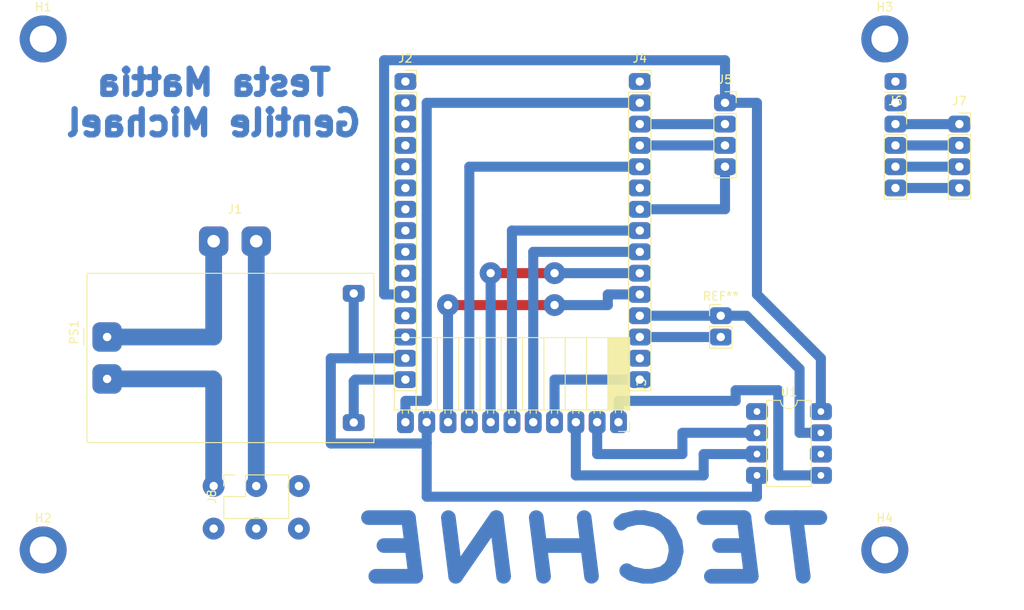
<source format=kicad_pcb>
(kicad_pcb (version 20171130) (host pcbnew "(5.1.2)-1")

  (general
    (thickness 1.6)
    (drawings 2)
    (tracks 84)
    (zones 0)
    (modules 15)
    (nets 23)
  )

  (page A4)
  (layers
    (0 F.Cu signal)
    (31 B.Cu signal)
    (32 B.Adhes user)
    (33 F.Adhes user)
    (34 B.Paste user)
    (35 F.Paste user)
    (36 B.SilkS user)
    (37 F.SilkS user)
    (38 B.Mask user)
    (39 F.Mask user)
    (40 Dwgs.User user)
    (41 Cmts.User user)
    (42 Eco1.User user)
    (43 Eco2.User user)
    (44 Edge.Cuts user)
    (45 Margin user)
    (46 B.CrtYd user)
    (47 F.CrtYd user)
    (48 B.Fab user)
    (49 F.Fab user)
  )

  (setup
    (last_trace_width 1.2)
    (user_trace_width 1.2)
    (user_trace_width 2)
    (trace_clearance 0.2)
    (zone_clearance 0.508)
    (zone_45_only no)
    (trace_min 1.2)
    (via_size 0.8)
    (via_drill 0.4)
    (via_min_size 1)
    (via_min_drill 0.3)
    (uvia_size 0.3)
    (uvia_drill 0.1)
    (uvias_allowed no)
    (uvia_min_size 0.2)
    (uvia_min_drill 0.1)
    (edge_width 0.05)
    (segment_width 0.2)
    (pcb_text_width 0.3)
    (pcb_text_size 1.5 1.5)
    (mod_edge_width 0.12)
    (mod_text_size 1 1)
    (mod_text_width 0.15)
    (pad_size 2.6 2)
    (pad_drill 1)
    (pad_to_mask_clearance 0.051)
    (solder_mask_min_width 0.25)
    (aux_axis_origin 0 0)
    (visible_elements 7FFFFFFF)
    (pcbplotparams
      (layerselection 0x00000_fffffffe)
      (usegerberextensions false)
      (usegerberattributes true)
      (usegerberadvancedattributes false)
      (creategerberjobfile true)
      (excludeedgelayer true)
      (linewidth 0.100000)
      (plotframeref false)
      (viasonmask false)
      (mode 1)
      (useauxorigin false)
      (hpglpennumber 1)
      (hpglpenspeed 20)
      (hpglpendiameter 15.000000)
      (psnegative false)
      (psa4output false)
      (plotreference true)
      (plotvalue true)
      (plotinvisibletext false)
      (padsonsilk false)
      (subtractmaskfromsilk false)
      (outputformat 1)
      (mirror false)
      (drillshape 0)
      (scaleselection 1)
      (outputdirectory ""))
  )

  (net 0 "")
  (net 1 "Net-(J1-Pad1)")
  (net 2 VI)
  (net 3 "Net-(J2-Pad14)")
  (net 4 "Net-(J2-Pad11)")
  (net 5 D1)
  (net 6 HCS)
  (net 7 D4)
  (net 8 MOSI)
  (net 9 CLK)
  (net 10 MISO)
  (net 11 "Net-(J3-Pad4)")
  (net 12 Up)
  (net 13 Enter)
  (net 14 Down)
  (net 15 RX)
  (net 16 "Net-(J4-Pad7)")
  (net 17 D3)
  (net 18 D2)
  (net 19 "Net-(J6-Pad4)")
  (net 20 "Net-(J6-Pad3)")
  (net 21 "Net-(J6-Pad2)")
  (net 22 "Net-(J6-Pad1)")

  (net_class Default "Questo è il gruppo di collegamenti predefinito"
    (clearance 0.2)
    (trace_width 0.25)
    (via_dia 0.8)
    (via_drill 0.4)
    (uvia_dia 0.3)
    (uvia_drill 0.1)
    (add_net CLK)
    (add_net D1)
    (add_net D2)
    (add_net D3)
    (add_net D4)
    (add_net Down)
    (add_net Enter)
    (add_net HCS)
    (add_net MISO)
    (add_net MOSI)
    (add_net "Net-(J1-Pad1)")
    (add_net "Net-(J2-Pad11)")
    (add_net "Net-(J2-Pad14)")
    (add_net "Net-(J3-Pad4)")
    (add_net "Net-(J4-Pad7)")
    (add_net "Net-(J6-Pad1)")
    (add_net "Net-(J6-Pad2)")
    (add_net "Net-(J6-Pad3)")
    (add_net "Net-(J6-Pad4)")
    (add_net RX)
    (add_net Up)
    (add_net VI)
  )

  (module Connector_PinSocket_2.54mm:PinSocket_1x04_P2.54mm_Vertical (layer F.Cu) (tedit 5CD9BB51) (tstamp 5CD8A3E9)
    (at 251.46 55.88)
    (descr "Through hole straight socket strip, 1x04, 2.54mm pitch, single row (from Kicad 4.0.7), script generated")
    (tags "Through hole socket strip THT 1x04 2.54mm single row")
    (path /5CD8BD3F)
    (fp_text reference J6 (at 0 -2.77) (layer F.SilkS)
      (effects (font (size 1 1) (thickness 0.15)))
    )
    (fp_text value Conn_01x04_Female (at 0 10.39) (layer F.Fab)
      (effects (font (size 1 1) (thickness 0.15)))
    )
    (fp_text user %R (at 0 3.81 90) (layer F.Fab)
      (effects (font (size 1 1) (thickness 0.15)))
    )
    (fp_line (start -1.8 9.4) (end -1.8 -1.8) (layer F.CrtYd) (width 0.05))
    (fp_line (start 1.75 9.4) (end -1.8 9.4) (layer F.CrtYd) (width 0.05))
    (fp_line (start 1.75 -1.8) (end 1.75 9.4) (layer F.CrtYd) (width 0.05))
    (fp_line (start -1.8 -1.8) (end 1.75 -1.8) (layer F.CrtYd) (width 0.05))
    (fp_line (start 0 -1.33) (end 1.33 -1.33) (layer F.SilkS) (width 0.12))
    (fp_line (start 1.33 -1.33) (end 1.33 0) (layer F.SilkS) (width 0.12))
    (fp_line (start 1.33 1.27) (end 1.33 8.95) (layer F.SilkS) (width 0.12))
    (fp_line (start -1.33 8.95) (end 1.33 8.95) (layer F.SilkS) (width 0.12))
    (fp_line (start -1.33 1.27) (end -1.33 8.95) (layer F.SilkS) (width 0.12))
    (fp_line (start -1.33 1.27) (end 1.33 1.27) (layer F.SilkS) (width 0.12))
    (fp_line (start -1.27 8.89) (end -1.27 -1.27) (layer F.Fab) (width 0.1))
    (fp_line (start 1.27 8.89) (end -1.27 8.89) (layer F.Fab) (width 0.1))
    (fp_line (start 1.27 -0.635) (end 1.27 8.89) (layer F.Fab) (width 0.1))
    (fp_line (start 0.635 -1.27) (end 1.27 -0.635) (layer F.Fab) (width 0.1))
    (fp_line (start -1.27 -1.27) (end 0.635 -1.27) (layer F.Fab) (width 0.1))
    (fp_line (start -1.33 -3.81) (end 1.33 -3.81) (layer F.SilkS) (width 0.12))
    (fp_text user %R (at 0 -1.27 90) (layer F.Fab)
      (effects (font (size 1 1) (thickness 0.15)))
    )
    (pad 4 thru_hole roundrect (at 0 7.62) (size 2.6 2) (drill 1) (layers *.Cu *.Mask) (roundrect_rratio 0.25)
      (net 19 "Net-(J6-Pad4)"))
    (pad 3 thru_hole roundrect (at 0 5.08) (size 2.6 2) (drill 1) (layers *.Cu *.Mask) (roundrect_rratio 0.25)
      (net 20 "Net-(J6-Pad3)"))
    (pad 2 thru_hole roundrect (at 0 2.54) (size 2.6 2) (drill 1) (layers *.Cu *.Mask) (roundrect_rratio 0.25)
      (net 21 "Net-(J6-Pad2)"))
    (pad 1 thru_hole roundrect (at 0 0) (size 2.6 2) (drill 1) (layers *.Cu *.Mask) (roundrect_rratio 0.25)
      (net 22 "Net-(J6-Pad1)"))
    (pad 2 thru_hole roundrect (at 0 -2.54) (size 2.6 2) (drill 1) (layers *.Cu *.Mask) (roundrect_rratio 0.25)
      (net 21 "Net-(J6-Pad2)"))
    (pad 1 thru_hole roundrect (at 0 -5.08) (size 2.6 2) (drill 1) (layers *.Cu *.Mask) (roundrect_rratio 0.25)
      (net 22 "Net-(J6-Pad1)"))
    (model ${KISYS3DMOD}/Connector_PinSocket_2.54mm.3dshapes/PinSocket_1x04_P2.54mm_Vertical.wrl
      (at (xyz 0 0 0))
      (scale (xyz 1 1 1))
      (rotate (xyz 0 0 0))
    )
  )

  (module Connector_PinHeader_2.54mm:PinHeader_1x02_P2.54mm_Vertical (layer F.Cu) (tedit 5CD9B99B) (tstamp 5CD9BE95)
    (at 230.632 78.74)
    (descr "Through hole straight pin header, 1x02, 2.54mm pitch, single row")
    (tags "Through hole pin header THT 1x02 2.54mm single row")
    (fp_text reference REF** (at 0 -2.33) (layer F.SilkS)
      (effects (font (size 1 1) (thickness 0.15)))
    )
    (fp_text value PinHeader_1x02_P2.54mm_Vertical (at 0 4.87) (layer F.Fab)
      (effects (font (size 1 1) (thickness 0.15)))
    )
    (fp_text user %R (at 0 1.27 90) (layer F.Fab)
      (effects (font (size 1 1) (thickness 0.15)))
    )
    (fp_line (start 1.8 -1.8) (end -1.8 -1.8) (layer F.CrtYd) (width 0.05))
    (fp_line (start 1.8 4.35) (end 1.8 -1.8) (layer F.CrtYd) (width 0.05))
    (fp_line (start -1.8 4.35) (end 1.8 4.35) (layer F.CrtYd) (width 0.05))
    (fp_line (start -1.8 -1.8) (end -1.8 4.35) (layer F.CrtYd) (width 0.05))
    (fp_line (start -1.33 -1.33) (end 0 -1.33) (layer F.SilkS) (width 0.12))
    (fp_line (start -1.33 0) (end -1.33 -1.33) (layer F.SilkS) (width 0.12))
    (fp_line (start -1.33 1.27) (end 1.33 1.27) (layer F.SilkS) (width 0.12))
    (fp_line (start 1.33 1.27) (end 1.33 3.87) (layer F.SilkS) (width 0.12))
    (fp_line (start -1.33 1.27) (end -1.33 3.87) (layer F.SilkS) (width 0.12))
    (fp_line (start -1.33 3.87) (end 1.33 3.87) (layer F.SilkS) (width 0.12))
    (fp_line (start -1.27 -0.635) (end -0.635 -1.27) (layer F.Fab) (width 0.1))
    (fp_line (start -1.27 3.81) (end -1.27 -0.635) (layer F.Fab) (width 0.1))
    (fp_line (start 1.27 3.81) (end -1.27 3.81) (layer F.Fab) (width 0.1))
    (fp_line (start 1.27 -1.27) (end 1.27 3.81) (layer F.Fab) (width 0.1))
    (fp_line (start -0.635 -1.27) (end 1.27 -1.27) (layer F.Fab) (width 0.1))
    (pad 2 thru_hole roundrect (at 0 2.54) (size 2.6 2) (drill 1) (layers *.Cu *.Mask) (roundrect_rratio 0.25))
    (pad 1 thru_hole roundrect (at 0 0) (size 2.6 2) (drill 1) (layers *.Cu *.Mask) (roundrect_rratio 0.25))
    (model ${KISYS3DMOD}/Connector_PinHeader_2.54mm.3dshapes/PinHeader_1x02_P2.54mm_Vertical.wrl
      (at (xyz 0 0 0))
      (scale (xyz 1 1 1))
      (rotate (xyz 0 0 0))
    )
  )

  (module Connector_PinSocket_2.54mm:PinSocket_2x03_P2.54mm_Vertical (layer F.Cu) (tedit 5CD8A54F) (tstamp 5CD93114)
    (at 172.72 99.06 90)
    (descr "Through hole straight socket strip, 2x03, 2.54mm pitch, double cols (from Kicad 4.0.7), script generated")
    (tags "Through hole socket strip THT 2x03 2.54mm double row")
    (path /5CD92320)
    (fp_text reference J8 (at -1.27 -2.77 90) (layer F.SilkS)
      (effects (font (size 1 1) (thickness 0.15)))
    )
    (fp_text value Conn_02x03_Counter_Clockwise (at -1.27 7.85 90) (layer F.Fab)
      (effects (font (size 1 1) (thickness 0.15)))
    )
    (fp_text user %R (at -1.27 2.54 180) (layer F.Fab)
      (effects (font (size 1 1) (thickness 0.15)))
    )
    (fp_line (start -4.34 6.85) (end -4.34 -1.8) (layer F.CrtYd) (width 0.05))
    (fp_line (start 1.76 6.85) (end -4.34 6.85) (layer F.CrtYd) (width 0.05))
    (fp_line (start 1.76 -1.8) (end 1.76 6.85) (layer F.CrtYd) (width 0.05))
    (fp_line (start -4.34 -1.8) (end 1.76 -1.8) (layer F.CrtYd) (width 0.05))
    (fp_line (start 0 -1.33) (end 1.33 -1.33) (layer F.SilkS) (width 0.12))
    (fp_line (start 1.33 -1.33) (end 1.33 0) (layer F.SilkS) (width 0.12))
    (fp_line (start -1.27 -1.33) (end -1.27 1.27) (layer F.SilkS) (width 0.12))
    (fp_line (start -1.27 1.27) (end 1.33 1.27) (layer F.SilkS) (width 0.12))
    (fp_line (start 1.33 1.27) (end 1.33 6.41) (layer F.SilkS) (width 0.12))
    (fp_line (start -3.87 6.41) (end 1.33 6.41) (layer F.SilkS) (width 0.12))
    (fp_line (start -3.87 -1.33) (end -3.87 6.41) (layer F.SilkS) (width 0.12))
    (fp_line (start -3.87 -1.33) (end -1.27 -1.33) (layer F.SilkS) (width 0.12))
    (fp_line (start -3.81 6.35) (end -3.81 -1.27) (layer F.Fab) (width 0.1))
    (fp_line (start 1.27 6.35) (end -3.81 6.35) (layer F.Fab) (width 0.1))
    (fp_line (start 1.27 -0.27) (end 1.27 6.35) (layer F.Fab) (width 0.1))
    (fp_line (start 0.27 -1.27) (end 1.27 -0.27) (layer F.Fab) (width 0.1))
    (fp_line (start -3.81 -1.27) (end 0.27 -1.27) (layer F.Fab) (width 0.1))
    (pad 6 thru_hole oval (at -5.08 7.62 90) (size 2.6 2.6) (drill 1) (layers *.Cu *.Mask))
    (pad 5 thru_hole oval (at 0 7.62 90) (size 2.6 2.6) (drill 1) (layers *.Cu *.Mask))
    (pad 4 thru_hole oval (at -5.08 2.54 270) (size 2.6 2.6) (drill 1) (layers *.Cu *.Mask))
    (pad 3 thru_hole oval (at 0 2.54 90) (size 2.6 2.6) (drill 1) (layers *.Cu *.Mask))
    (pad 2 thru_hole oval (at -5.08 -2.54 90) (size 2.6 2.6) (drill 1) (layers *.Cu *.Mask))
    (pad 1 thru_hole circle (at 0 -2.54 90) (size 2.6 2.6) (drill 1) (layers *.Cu *.Mask))
    (model ${KISYS3DMOD}/Connector_PinSocket_2.54mm.3dshapes/PinSocket_2x03_P2.54mm_Vertical.wrl
      (at (xyz 0 0 0))
      (scale (xyz 1 1 1))
      (rotate (xyz 0 0 0))
    )
  )

  (module MountingHole:MountingHole_3.2mm_M3_DIN965_Pad (layer F.Cu) (tedit 56D1B4CB) (tstamp 5CD4C42F)
    (at 250.19 106.68)
    (descr "Mounting Hole 3.2mm, M3, DIN965")
    (tags "mounting hole 3.2mm m3 din965")
    (path /5CDB367F)
    (attr virtual)
    (fp_text reference H4 (at 0 -3.8) (layer F.SilkS)
      (effects (font (size 1 1) (thickness 0.15)))
    )
    (fp_text value MountingHole (at 0 3.8) (layer F.Fab)
      (effects (font (size 1 1) (thickness 0.15)))
    )
    (fp_circle (center 0 0) (end 3.05 0) (layer F.CrtYd) (width 0.05))
    (fp_circle (center 0 0) (end 2.8 0) (layer Cmts.User) (width 0.15))
    (fp_text user %R (at 0.3 0) (layer F.Fab)
      (effects (font (size 1 1) (thickness 0.15)))
    )
    (pad 1 thru_hole circle (at 0 0) (size 5.6 5.6) (drill 3.2) (layers *.Cu *.Mask))
  )

  (module MountingHole:MountingHole_3.2mm_M3_DIN965_Pad (layer F.Cu) (tedit 56D1B4CB) (tstamp 5CD4C427)
    (at 250.19 45.72)
    (descr "Mounting Hole 3.2mm, M3, DIN965")
    (tags "mounting hole 3.2mm m3 din965")
    (path /5CDB2830)
    (attr virtual)
    (fp_text reference H3 (at 0 -3.8) (layer F.SilkS)
      (effects (font (size 1 1) (thickness 0.15)))
    )
    (fp_text value MountingHole (at 0 3.8) (layer F.Fab)
      (effects (font (size 1 1) (thickness 0.15)))
    )
    (fp_circle (center 0 0) (end 3.05 0) (layer F.CrtYd) (width 0.05))
    (fp_circle (center 0 0) (end 2.8 0) (layer Cmts.User) (width 0.15))
    (fp_text user %R (at 0.3 0) (layer F.Fab)
      (effects (font (size 1 1) (thickness 0.15)))
    )
    (pad 1 thru_hole circle (at 0 0) (size 5.6 5.6) (drill 3.2) (layers *.Cu *.Mask))
  )

  (module MountingHole:MountingHole_3.2mm_M3_DIN965_Pad (layer F.Cu) (tedit 56D1B4CB) (tstamp 5CD4C41F)
    (at 149.86 106.68)
    (descr "Mounting Hole 3.2mm, M3, DIN965")
    (tags "mounting hole 3.2mm m3 din965")
    (path /5CDB1941)
    (attr virtual)
    (fp_text reference H2 (at 0 -3.8) (layer F.SilkS)
      (effects (font (size 1 1) (thickness 0.15)))
    )
    (fp_text value MountingHole (at 0 3.8) (layer F.Fab)
      (effects (font (size 1 1) (thickness 0.15)))
    )
    (fp_circle (center 0 0) (end 3.05 0) (layer F.CrtYd) (width 0.05))
    (fp_circle (center 0 0) (end 2.8 0) (layer Cmts.User) (width 0.15))
    (fp_text user %R (at 0.3 0) (layer F.Fab)
      (effects (font (size 1 1) (thickness 0.15)))
    )
    (pad 1 thru_hole circle (at 0 0) (size 5.6 5.6) (drill 3.2) (layers *.Cu *.Mask))
  )

  (module MountingHole:MountingHole_3.2mm_M3_DIN965_Pad (layer F.Cu) (tedit 56D1B4CB) (tstamp 5CD4C417)
    (at 149.86 45.72)
    (descr "Mounting Hole 3.2mm, M3, DIN965")
    (tags "mounting hole 3.2mm m3 din965")
    (path /5CDAFBAC)
    (attr virtual)
    (fp_text reference H1 (at 0 -3.8) (layer F.SilkS)
      (effects (font (size 1 1) (thickness 0.15)))
    )
    (fp_text value MountingHole (at 0 3.8) (layer F.Fab)
      (effects (font (size 1 1) (thickness 0.15)))
    )
    (fp_circle (center 0 0) (end 3.05 0) (layer F.CrtYd) (width 0.05))
    (fp_circle (center 0 0) (end 2.8 0) (layer Cmts.User) (width 0.15))
    (fp_text user %R (at 0.3 0) (layer F.Fab)
      (effects (font (size 1 1) (thickness 0.15)))
    )
    (pad 1 thru_hole circle (at 0 0) (size 5.6 5.6) (drill 3.2) (layers *.Cu *.Mask))
  )

  (module Connector_PinSocket_2.54mm:PinSocket_1x04_P2.54mm_Vertical (layer F.Cu) (tedit 5CD8A002) (tstamp 5CD8A401)
    (at 259.08 55.88)
    (descr "Through hole straight socket strip, 1x04, 2.54mm pitch, single row (from Kicad 4.0.7), script generated")
    (tags "Through hole socket strip THT 1x04 2.54mm single row")
    (path /5CD8DB7C)
    (fp_text reference J7 (at 0 -2.77) (layer F.SilkS)
      (effects (font (size 1 1) (thickness 0.15)))
    )
    (fp_text value Conn_01x04_Female (at 0 10.39) (layer F.Fab)
      (effects (font (size 1 1) (thickness 0.15)))
    )
    (fp_text user %R (at 0 3.81 90) (layer F.Fab)
      (effects (font (size 1 1) (thickness 0.15)))
    )
    (fp_line (start -1.8 9.4) (end -1.8 -1.8) (layer F.CrtYd) (width 0.05))
    (fp_line (start 1.75 9.4) (end -1.8 9.4) (layer F.CrtYd) (width 0.05))
    (fp_line (start 1.75 -1.8) (end 1.75 9.4) (layer F.CrtYd) (width 0.05))
    (fp_line (start -1.8 -1.8) (end 1.75 -1.8) (layer F.CrtYd) (width 0.05))
    (fp_line (start 0 -1.33) (end 1.33 -1.33) (layer F.SilkS) (width 0.12))
    (fp_line (start 1.33 -1.33) (end 1.33 0) (layer F.SilkS) (width 0.12))
    (fp_line (start 1.33 1.27) (end 1.33 8.95) (layer F.SilkS) (width 0.12))
    (fp_line (start -1.33 8.95) (end 1.33 8.95) (layer F.SilkS) (width 0.12))
    (fp_line (start -1.33 1.27) (end -1.33 8.95) (layer F.SilkS) (width 0.12))
    (fp_line (start -1.33 1.27) (end 1.33 1.27) (layer F.SilkS) (width 0.12))
    (fp_line (start -1.27 8.89) (end -1.27 -1.27) (layer F.Fab) (width 0.1))
    (fp_line (start 1.27 8.89) (end -1.27 8.89) (layer F.Fab) (width 0.1))
    (fp_line (start 1.27 -0.635) (end 1.27 8.89) (layer F.Fab) (width 0.1))
    (fp_line (start 0.635 -1.27) (end 1.27 -0.635) (layer F.Fab) (width 0.1))
    (fp_line (start -1.27 -1.27) (end 0.635 -1.27) (layer F.Fab) (width 0.1))
    (pad 4 thru_hole roundrect (at 0 7.62) (size 2.6 2) (drill 1) (layers *.Cu *.Mask) (roundrect_rratio 0.25)
      (net 19 "Net-(J6-Pad4)"))
    (pad 3 thru_hole roundrect (at 0 5.08) (size 2.6 2) (drill 1) (layers *.Cu *.Mask) (roundrect_rratio 0.25)
      (net 20 "Net-(J6-Pad3)"))
    (pad 2 thru_hole roundrect (at 0 2.54) (size 2.6 2) (drill 1) (layers *.Cu *.Mask) (roundrect_rratio 0.25)
      (net 21 "Net-(J6-Pad2)"))
    (pad 1 thru_hole roundrect (at 0 0) (size 2.6 2) (drill 1) (layers *.Cu *.Mask) (roundrect_rratio 0.25)
      (net 22 "Net-(J6-Pad1)"))
    (model ${KISYS3DMOD}/Connector_PinSocket_2.54mm.3dshapes/PinSocket_1x04_P2.54mm_Vertical.wrl
      (at (xyz 0 0 0))
      (scale (xyz 1 1 1))
      (rotate (xyz 0 0 0))
    )
  )

  (module Connector_PinSocket_2.54mm:PinSocket_1x15_P2.54mm_Vertical (layer F.Cu) (tedit 5CD355FF) (tstamp 5CD486D7)
    (at 193.04 50.8)
    (descr "Through hole straight socket strip, 1x15, 2.54mm pitch, single row (from Kicad 4.0.7), script generated")
    (tags "Through hole socket strip THT 1x15 2.54mm single row")
    (path /5CD3358F)
    (fp_text reference J2 (at 0 -2.77) (layer F.SilkS)
      (effects (font (size 1 1) (thickness 0.15)))
    )
    (fp_text value Conn_01x15_Female (at 0 38.33) (layer F.Fab)
      (effects (font (size 1 1) (thickness 0.15)))
    )
    (fp_text user %R (at 0 17.78 90) (layer F.Fab)
      (effects (font (size 1 1) (thickness 0.15)))
    )
    (fp_line (start -1.8 37.3) (end -1.8 -1.8) (layer F.CrtYd) (width 0.05))
    (fp_line (start 1.75 37.3) (end -1.8 37.3) (layer F.CrtYd) (width 0.05))
    (fp_line (start 1.75 -1.8) (end 1.75 37.3) (layer F.CrtYd) (width 0.05))
    (fp_line (start -1.8 -1.8) (end 1.75 -1.8) (layer F.CrtYd) (width 0.05))
    (fp_line (start 0 -1.33) (end 1.33 -1.33) (layer F.SilkS) (width 0.12))
    (fp_line (start 1.33 -1.33) (end 1.33 0) (layer F.SilkS) (width 0.12))
    (fp_line (start 1.33 1.27) (end 1.33 36.89) (layer F.SilkS) (width 0.12))
    (fp_line (start -1.33 36.89) (end 1.33 36.89) (layer F.SilkS) (width 0.12))
    (fp_line (start -1.33 1.27) (end -1.33 36.89) (layer F.SilkS) (width 0.12))
    (fp_line (start -1.33 1.27) (end 1.33 1.27) (layer F.SilkS) (width 0.12))
    (fp_line (start -1.27 36.83) (end -1.27 -1.27) (layer F.Fab) (width 0.1))
    (fp_line (start 1.27 36.83) (end -1.27 36.83) (layer F.Fab) (width 0.1))
    (fp_line (start 1.27 -0.635) (end 1.27 36.83) (layer F.Fab) (width 0.1))
    (fp_line (start 0.635 -1.27) (end 1.27 -0.635) (layer F.Fab) (width 0.1))
    (fp_line (start -1.27 -1.27) (end 0.635 -1.27) (layer F.Fab) (width 0.1))
    (pad 15 thru_hole roundrect (at 0 35.56) (size 2.6 2) (drill 1) (layers *.Cu *.Mask) (roundrect_rratio 0.25)
      (net 2 VI))
    (pad 14 thru_hole roundrect (at 0 33.02) (size 2.6 2) (drill 1) (layers *.Cu *.Mask) (roundrect_rratio 0.25)
      (net 3 "Net-(J2-Pad14)"))
    (pad 13 thru_hole roundrect (at 0 30.48) (size 2.6 2) (drill 1) (layers *.Cu *.Mask) (roundrect_rratio 0.25))
    (pad 12 thru_hole roundrect (at 0 27.94) (size 2.6 2) (drill 1) (layers *.Cu *.Mask) (roundrect_rratio 0.25))
    (pad 11 thru_hole roundrect (at 0 25.4) (size 2.6 2) (drill 1) (layers *.Cu *.Mask) (roundrect_rratio 0.25)
      (net 4 "Net-(J2-Pad11)"))
    (pad 10 thru_hole roundrect (at 0 22.86) (size 2.6 2) (drill 1) (layers *.Cu *.Mask) (roundrect_rratio 0.25))
    (pad 9 thru_hole roundrect (at 0 20.32) (size 2.6 2) (drill 1) (layers *.Cu *.Mask) (roundrect_rratio 0.25))
    (pad 8 thru_hole roundrect (at 0 17.78) (size 2.6 2) (drill 1) (layers *.Cu *.Mask) (roundrect_rratio 0.25))
    (pad 7 thru_hole roundrect (at 0 15.24) (size 2.6 2) (drill 1) (layers *.Cu *.Mask) (roundrect_rratio 0.25))
    (pad 6 thru_hole roundrect (at 0 12.7) (size 2.6 2) (drill 1) (layers *.Cu *.Mask) (roundrect_rratio 0.25))
    (pad 5 thru_hole roundrect (at 0 10.16) (size 2.6 2) (drill 1) (layers *.Cu *.Mask) (roundrect_rratio 0.25))
    (pad 4 thru_hole roundrect (at 0 7.62) (size 2.6 2) (drill 1) (layers *.Cu *.Mask) (roundrect_rratio 0.25))
    (pad 3 thru_hole roundrect (at 0 5.08) (size 2.6 2) (drill 1) (layers *.Cu *.Mask) (roundrect_rratio 0.25))
    (pad 2 thru_hole roundrect (at 0 2.54) (size 2.6 2) (drill 1) (layers *.Cu *.Mask) (roundrect_rratio 0.25))
    (pad 1 thru_hole roundrect (at 0 0) (size 2.6 2) (drill 1) (layers *.Cu *.Mask) (roundrect_rratio 0.25))
    (model ${KISYS3DMOD}/Connector_PinSocket_2.54mm.3dshapes/PinSocket_1x15_P2.54mm_Vertical.wrl
      (at (xyz 0 0 0))
      (scale (xyz 1 1 1))
      (rotate (xyz 0 0 0))
    )
  )

  (module Connector_PinSocket_2.54mm:PinSocket_1x15_P2.54mm_Vertical (layer F.Cu) (tedit 5CD35516) (tstamp 5CD4876F)
    (at 220.98 50.8)
    (descr "Through hole straight socket strip, 1x15, 2.54mm pitch, single row (from Kicad 4.0.7), script generated")
    (tags "Through hole socket strip THT 1x15 2.54mm single row")
    (path /5CD34891)
    (fp_text reference J4 (at 0 -2.77) (layer F.SilkS)
      (effects (font (size 1 1) (thickness 0.15)))
    )
    (fp_text value Conn_01x15_Female (at 0 38.33) (layer F.Fab)
      (effects (font (size 1 1) (thickness 0.15)))
    )
    (fp_text user %R (at 0 17.78 90) (layer F.Fab)
      (effects (font (size 1 1) (thickness 0.15)))
    )
    (fp_line (start -1.8 37.3) (end -1.8 -1.8) (layer F.CrtYd) (width 0.05))
    (fp_line (start 1.75 37.3) (end -1.8 37.3) (layer F.CrtYd) (width 0.05))
    (fp_line (start 1.75 -1.8) (end 1.75 37.3) (layer F.CrtYd) (width 0.05))
    (fp_line (start -1.8 -1.8) (end 1.75 -1.8) (layer F.CrtYd) (width 0.05))
    (fp_line (start 0 -1.33) (end 1.33 -1.33) (layer F.SilkS) (width 0.12))
    (fp_line (start 1.33 -1.33) (end 1.33 0) (layer F.SilkS) (width 0.12))
    (fp_line (start 1.33 1.27) (end 1.33 36.89) (layer F.SilkS) (width 0.12))
    (fp_line (start -1.33 36.89) (end 1.33 36.89) (layer F.SilkS) (width 0.12))
    (fp_line (start -1.33 1.27) (end -1.33 36.89) (layer F.SilkS) (width 0.12))
    (fp_line (start -1.33 1.27) (end 1.33 1.27) (layer F.SilkS) (width 0.12))
    (fp_line (start -1.27 36.83) (end -1.27 -1.27) (layer F.Fab) (width 0.1))
    (fp_line (start 1.27 36.83) (end -1.27 36.83) (layer F.Fab) (width 0.1))
    (fp_line (start 1.27 -0.635) (end 1.27 36.83) (layer F.Fab) (width 0.1))
    (fp_line (start 0.635 -1.27) (end 1.27 -0.635) (layer F.Fab) (width 0.1))
    (fp_line (start -1.27 -1.27) (end 0.635 -1.27) (layer F.Fab) (width 0.1))
    (pad 15 thru_hole roundrect (at 0 35.56) (size 2.6 2) (drill 1) (layers *.Cu *.Mask) (roundrect_rratio 0.25)
      (net 11 "Net-(J3-Pad4)"))
    (pad 14 thru_hole roundrect (at 0 33.02) (size 2.6 2) (drill 1) (layers *.Cu *.Mask) (roundrect_rratio 0.25))
    (pad 13 thru_hole roundrect (at 0 30.48) (size 2.6 2) (drill 1) (layers *.Cu *.Mask) (roundrect_rratio 0.25))
    (pad 12 thru_hole roundrect (at 0 27.94) (size 2.6 2) (drill 1) (layers *.Cu *.Mask) (roundrect_rratio 0.25)
      (net 15 RX))
    (pad 11 thru_hole roundrect (at 0 25.4) (size 2.6 2) (drill 1) (layers *.Cu *.Mask) (roundrect_rratio 0.25)
      (net 6 HCS))
    (pad 10 thru_hole roundrect (at 0 22.86) (size 2.6 2) (drill 1) (layers *.Cu *.Mask) (roundrect_rratio 0.25)
      (net 8 MOSI))
    (pad 9 thru_hole roundrect (at 0 20.32) (size 2.6 2) (drill 1) (layers *.Cu *.Mask) (roundrect_rratio 0.25)
      (net 10 MISO))
    (pad 8 thru_hole roundrect (at 0 17.78) (size 2.6 2) (drill 1) (layers *.Cu *.Mask) (roundrect_rratio 0.25)
      (net 9 CLK))
    (pad 7 thru_hole roundrect (at 0 15.24) (size 2.6 2) (drill 1) (layers *.Cu *.Mask) (roundrect_rratio 0.25)
      (net 16 "Net-(J4-Pad7)"))
    (pad 6 thru_hole roundrect (at 0 12.7) (size 2.6 2) (drill 1) (layers *.Cu *.Mask) (roundrect_rratio 0.25))
    (pad 5 thru_hole roundrect (at 0 10.16) (size 2.6 2) (drill 1) (layers *.Cu *.Mask) (roundrect_rratio 0.25)
      (net 7 D4))
    (pad 4 thru_hole roundrect (at 0 7.62) (size 2.6 2) (drill 1) (layers *.Cu *.Mask) (roundrect_rratio 0.25)
      (net 17 D3))
    (pad 3 thru_hole roundrect (at 0 5.08) (size 2.6 2) (drill 1) (layers *.Cu *.Mask) (roundrect_rratio 0.25)
      (net 18 D2))
    (pad 2 thru_hole roundrect (at 0 2.54) (size 2.6 2) (drill 1) (layers *.Cu *.Mask) (roundrect_rratio 0.25)
      (net 5 D1))
    (pad 1 thru_hole roundrect (at 0 0) (size 2.6 2) (drill 1) (layers *.Cu *.Mask) (roundrect_rratio 0.25))
    (model ${KISYS3DMOD}/Connector_PinSocket_2.54mm.3dshapes/PinSocket_1x15_P2.54mm_Vertical.wrl
      (at (xyz 0 0 0))
      (scale (xyz 1 1 1))
      (rotate (xyz 0 0 0))
    )
  )

  (module Connector_PinSocket_2.54mm:PinSocket_1x11_P2.54mm_Horizontal (layer F.Cu) (tedit 5CD353FF) (tstamp 5CD4874C)
    (at 218.44 91.44 270)
    (descr "Through hole angled socket strip, 1x11, 2.54mm pitch, 8.51mm socket length, single row (from Kicad 4.0.7), script generated")
    (tags "Through hole angled socket strip THT 1x11 2.54mm single row")
    (path /5CD3B41C)
    (fp_text reference J3 (at -4.38 -2.77 270) (layer F.SilkS)
      (effects (font (size 1 1) (thickness 0.15)))
    )
    (fp_text value Conn_01x11_Female (at -4.38 28.17 270) (layer F.Fab)
      (effects (font (size 1 1) (thickness 0.15)))
    )
    (fp_text user %R (at -5.775 12.7) (layer F.Fab)
      (effects (font (size 1 1) (thickness 0.15)))
    )
    (fp_line (start 1.75 27.15) (end 1.75 -1.8) (layer F.CrtYd) (width 0.05))
    (fp_line (start -10.55 27.15) (end 1.75 27.15) (layer F.CrtYd) (width 0.05))
    (fp_line (start -10.55 -1.8) (end -10.55 27.15) (layer F.CrtYd) (width 0.05))
    (fp_line (start 1.75 -1.8) (end -10.55 -1.8) (layer F.CrtYd) (width 0.05))
    (fp_line (start 0 -1.33) (end 1.11 -1.33) (layer F.SilkS) (width 0.12))
    (fp_line (start 1.11 -1.33) (end 1.11 0) (layer F.SilkS) (width 0.12))
    (fp_line (start -10.09 -1.33) (end -10.09 26.73) (layer F.SilkS) (width 0.12))
    (fp_line (start -10.09 26.73) (end -1.46 26.73) (layer F.SilkS) (width 0.12))
    (fp_line (start -1.46 -1.33) (end -1.46 26.73) (layer F.SilkS) (width 0.12))
    (fp_line (start -10.09 -1.33) (end -1.46 -1.33) (layer F.SilkS) (width 0.12))
    (fp_line (start -10.09 24.13) (end -1.46 24.13) (layer F.SilkS) (width 0.12))
    (fp_line (start -10.09 21.59) (end -1.46 21.59) (layer F.SilkS) (width 0.12))
    (fp_line (start -10.09 19.05) (end -1.46 19.05) (layer F.SilkS) (width 0.12))
    (fp_line (start -10.09 16.51) (end -1.46 16.51) (layer F.SilkS) (width 0.12))
    (fp_line (start -10.09 13.97) (end -1.46 13.97) (layer F.SilkS) (width 0.12))
    (fp_line (start -10.09 11.43) (end -1.46 11.43) (layer F.SilkS) (width 0.12))
    (fp_line (start -10.09 8.89) (end -1.46 8.89) (layer F.SilkS) (width 0.12))
    (fp_line (start -10.09 6.35) (end -1.46 6.35) (layer F.SilkS) (width 0.12))
    (fp_line (start -10.09 3.81) (end -1.46 3.81) (layer F.SilkS) (width 0.12))
    (fp_line (start -10.09 1.27) (end -1.46 1.27) (layer F.SilkS) (width 0.12))
    (fp_line (start -1.46 25.76) (end -1.05 25.76) (layer F.SilkS) (width 0.12))
    (fp_line (start -1.46 25.04) (end -1.05 25.04) (layer F.SilkS) (width 0.12))
    (fp_line (start -1.46 23.22) (end -1.05 23.22) (layer F.SilkS) (width 0.12))
    (fp_line (start -1.46 22.5) (end -1.05 22.5) (layer F.SilkS) (width 0.12))
    (fp_line (start -1.46 20.68) (end -1.05 20.68) (layer F.SilkS) (width 0.12))
    (fp_line (start -1.46 19.96) (end -1.05 19.96) (layer F.SilkS) (width 0.12))
    (fp_line (start -1.46 18.14) (end -1.05 18.14) (layer F.SilkS) (width 0.12))
    (fp_line (start -1.46 17.42) (end -1.05 17.42) (layer F.SilkS) (width 0.12))
    (fp_line (start -1.46 15.6) (end -1.05 15.6) (layer F.SilkS) (width 0.12))
    (fp_line (start -1.46 14.88) (end -1.05 14.88) (layer F.SilkS) (width 0.12))
    (fp_line (start -1.46 13.06) (end -1.05 13.06) (layer F.SilkS) (width 0.12))
    (fp_line (start -1.46 12.34) (end -1.05 12.34) (layer F.SilkS) (width 0.12))
    (fp_line (start -1.46 10.52) (end -1.05 10.52) (layer F.SilkS) (width 0.12))
    (fp_line (start -1.46 9.8) (end -1.05 9.8) (layer F.SilkS) (width 0.12))
    (fp_line (start -1.46 7.98) (end -1.05 7.98) (layer F.SilkS) (width 0.12))
    (fp_line (start -1.46 7.26) (end -1.05 7.26) (layer F.SilkS) (width 0.12))
    (fp_line (start -1.46 5.44) (end -1.05 5.44) (layer F.SilkS) (width 0.12))
    (fp_line (start -1.46 4.72) (end -1.05 4.72) (layer F.SilkS) (width 0.12))
    (fp_line (start -1.46 2.9) (end -1.05 2.9) (layer F.SilkS) (width 0.12))
    (fp_line (start -1.46 2.18) (end -1.05 2.18) (layer F.SilkS) (width 0.12))
    (fp_line (start -1.46 0.36) (end -1.11 0.36) (layer F.SilkS) (width 0.12))
    (fp_line (start -1.46 -0.36) (end -1.11 -0.36) (layer F.SilkS) (width 0.12))
    (fp_line (start -10.09 1.1519) (end -1.46 1.1519) (layer F.SilkS) (width 0.12))
    (fp_line (start -10.09 1.033805) (end -1.46 1.033805) (layer F.SilkS) (width 0.12))
    (fp_line (start -10.09 0.91571) (end -1.46 0.91571) (layer F.SilkS) (width 0.12))
    (fp_line (start -10.09 0.797615) (end -1.46 0.797615) (layer F.SilkS) (width 0.12))
    (fp_line (start -10.09 0.67952) (end -1.46 0.67952) (layer F.SilkS) (width 0.12))
    (fp_line (start -10.09 0.561425) (end -1.46 0.561425) (layer F.SilkS) (width 0.12))
    (fp_line (start -10.09 0.44333) (end -1.46 0.44333) (layer F.SilkS) (width 0.12))
    (fp_line (start -10.09 0.325235) (end -1.46 0.325235) (layer F.SilkS) (width 0.12))
    (fp_line (start -10.09 0.20714) (end -1.46 0.20714) (layer F.SilkS) (width 0.12))
    (fp_line (start -10.09 0.089045) (end -1.46 0.089045) (layer F.SilkS) (width 0.12))
    (fp_line (start -10.09 -0.02905) (end -1.46 -0.02905) (layer F.SilkS) (width 0.12))
    (fp_line (start -10.09 -0.147145) (end -1.46 -0.147145) (layer F.SilkS) (width 0.12))
    (fp_line (start -10.09 -0.26524) (end -1.46 -0.26524) (layer F.SilkS) (width 0.12))
    (fp_line (start -10.09 -0.383335) (end -1.46 -0.383335) (layer F.SilkS) (width 0.12))
    (fp_line (start -10.09 -0.50143) (end -1.46 -0.50143) (layer F.SilkS) (width 0.12))
    (fp_line (start -10.09 -0.619525) (end -1.46 -0.619525) (layer F.SilkS) (width 0.12))
    (fp_line (start -10.09 -0.73762) (end -1.46 -0.73762) (layer F.SilkS) (width 0.12))
    (fp_line (start -10.09 -0.855715) (end -1.46 -0.855715) (layer F.SilkS) (width 0.12))
    (fp_line (start -10.09 -0.97381) (end -1.46 -0.97381) (layer F.SilkS) (width 0.12))
    (fp_line (start -10.09 -1.091905) (end -1.46 -1.091905) (layer F.SilkS) (width 0.12))
    (fp_line (start -10.09 -1.21) (end -1.46 -1.21) (layer F.SilkS) (width 0.12))
    (fp_line (start 0 25.7) (end 0 25.1) (layer F.Fab) (width 0.1))
    (fp_line (start -1.52 25.7) (end 0 25.7) (layer F.Fab) (width 0.1))
    (fp_line (start 0 25.1) (end -1.52 25.1) (layer F.Fab) (width 0.1))
    (fp_line (start 0 23.16) (end 0 22.56) (layer F.Fab) (width 0.1))
    (fp_line (start -1.52 23.16) (end 0 23.16) (layer F.Fab) (width 0.1))
    (fp_line (start 0 22.56) (end -1.52 22.56) (layer F.Fab) (width 0.1))
    (fp_line (start 0 20.62) (end 0 20.02) (layer F.Fab) (width 0.1))
    (fp_line (start -1.52 20.62) (end 0 20.62) (layer F.Fab) (width 0.1))
    (fp_line (start 0 20.02) (end -1.52 20.02) (layer F.Fab) (width 0.1))
    (fp_line (start 0 18.08) (end 0 17.48) (layer F.Fab) (width 0.1))
    (fp_line (start -1.52 18.08) (end 0 18.08) (layer F.Fab) (width 0.1))
    (fp_line (start 0 17.48) (end -1.52 17.48) (layer F.Fab) (width 0.1))
    (fp_line (start 0 15.54) (end 0 14.94) (layer F.Fab) (width 0.1))
    (fp_line (start -1.52 15.54) (end 0 15.54) (layer F.Fab) (width 0.1))
    (fp_line (start 0 14.94) (end -1.52 14.94) (layer F.Fab) (width 0.1))
    (fp_line (start 0 13) (end 0 12.4) (layer F.Fab) (width 0.1))
    (fp_line (start -1.52 13) (end 0 13) (layer F.Fab) (width 0.1))
    (fp_line (start 0 12.4) (end -1.52 12.4) (layer F.Fab) (width 0.1))
    (fp_line (start 0 10.46) (end 0 9.86) (layer F.Fab) (width 0.1))
    (fp_line (start -1.52 10.46) (end 0 10.46) (layer F.Fab) (width 0.1))
    (fp_line (start 0 9.86) (end -1.52 9.86) (layer F.Fab) (width 0.1))
    (fp_line (start 0 7.92) (end 0 7.32) (layer F.Fab) (width 0.1))
    (fp_line (start -1.52 7.92) (end 0 7.92) (layer F.Fab) (width 0.1))
    (fp_line (start 0 7.32) (end -1.52 7.32) (layer F.Fab) (width 0.1))
    (fp_line (start 0 5.38) (end 0 4.78) (layer F.Fab) (width 0.1))
    (fp_line (start -1.52 5.38) (end 0 5.38) (layer F.Fab) (width 0.1))
    (fp_line (start 0 4.78) (end -1.52 4.78) (layer F.Fab) (width 0.1))
    (fp_line (start 0 2.84) (end 0 2.24) (layer F.Fab) (width 0.1))
    (fp_line (start -1.52 2.84) (end 0 2.84) (layer F.Fab) (width 0.1))
    (fp_line (start 0 2.24) (end -1.52 2.24) (layer F.Fab) (width 0.1))
    (fp_line (start 0 0.3) (end 0 -0.3) (layer F.Fab) (width 0.1))
    (fp_line (start -1.52 0.3) (end 0 0.3) (layer F.Fab) (width 0.1))
    (fp_line (start 0 -0.3) (end -1.52 -0.3) (layer F.Fab) (width 0.1))
    (fp_line (start -10.03 26.67) (end -10.03 -1.27) (layer F.Fab) (width 0.1))
    (fp_line (start -1.52 26.67) (end -10.03 26.67) (layer F.Fab) (width 0.1))
    (fp_line (start -1.52 -0.3) (end -1.52 26.67) (layer F.Fab) (width 0.1))
    (fp_line (start -2.49 -1.27) (end -1.52 -0.3) (layer F.Fab) (width 0.1))
    (fp_line (start -10.03 -1.27) (end -2.49 -1.27) (layer F.Fab) (width 0.1))
    (pad 11 thru_hole roundrect (at 0 25.4 270) (size 2.6 2) (drill 1) (layers *.Cu *.Mask) (roundrect_rratio 0.25)
      (net 5 D1))
    (pad 10 thru_hole roundrect (at 0 22.86 270) (size 2.6 2) (drill 1) (layers *.Cu *.Mask) (roundrect_rratio 0.25)
      (net 3 "Net-(J2-Pad14)"))
    (pad 9 thru_hole roundrect (at 0 20.32 270) (size 2.6 2) (drill 1) (layers *.Cu *.Mask) (roundrect_rratio 0.25)
      (net 6 HCS))
    (pad 8 thru_hole roundrect (at 0 17.78 270) (size 2.6 2) (drill 1) (layers *.Cu *.Mask) (roundrect_rratio 0.25)
      (net 7 D4))
    (pad 7 thru_hole roundrect (at 0 15.24 270) (size 2.6 2) (drill 1) (layers *.Cu *.Mask) (roundrect_rratio 0.25)
      (net 8 MOSI))
    (pad 6 thru_hole roundrect (at 0 12.7 270) (size 2.6 2) (drill 1) (layers *.Cu *.Mask) (roundrect_rratio 0.25)
      (net 9 CLK))
    (pad 5 thru_hole roundrect (at 0 10.16 270) (size 2.6 2) (drill 1) (layers *.Cu *.Mask) (roundrect_rratio 0.25)
      (net 10 MISO))
    (pad 4 thru_hole roundrect (at 0 7.62 270) (size 2.6 2) (drill 1) (layers *.Cu *.Mask) (roundrect_rratio 0.25)
      (net 11 "Net-(J3-Pad4)"))
    (pad 3 thru_hole roundrect (at 0 5.08 270) (size 2.6 2) (drill 1) (layers *.Cu *.Mask) (roundrect_rratio 0.25)
      (net 12 Up))
    (pad 2 thru_hole roundrect (at 0 2.54 270) (size 2.6 2) (drill 1) (layers *.Cu *.Mask) (roundrect_rratio 0.25)
      (net 13 Enter))
    (pad 1 thru_hole roundrect (at 0 0 270) (size 2.6 2) (drill 1) (layers *.Cu *.Mask) (roundrect_rratio 0.25)
      (net 14 Down))
    (model ${KISYS3DMOD}/Connector_PinSocket_2.54mm.3dshapes/PinSocket_1x11_P2.54mm_Horizontal.wrl
      (at (xyz 0 0 0))
      (scale (xyz 1 1 1))
      (rotate (xyz 0 0 0))
    )
  )

  (module Connector_PinSocket_2.54mm:PinSocket_1x04_P2.54mm_Vertical (layer F.Cu) (tedit 5CD35313) (tstamp 5CD48787)
    (at 231.14 53.34)
    (descr "Through hole straight socket strip, 1x04, 2.54mm pitch, single row (from Kicad 4.0.7), script generated")
    (tags "Through hole socket strip THT 1x04 2.54mm single row")
    (path /5CD4D64F)
    (fp_text reference J5 (at 0 -2.77) (layer F.SilkS)
      (effects (font (size 1 1) (thickness 0.15)))
    )
    (fp_text value Conn_01x04_Female (at 0 10.39) (layer F.Fab)
      (effects (font (size 1 1) (thickness 0.15)))
    )
    (fp_text user %R (at 0 3.81 90) (layer F.Fab)
      (effects (font (size 1 1) (thickness 0.15)))
    )
    (fp_line (start -1.8 9.4) (end -1.8 -1.8) (layer F.CrtYd) (width 0.05))
    (fp_line (start 1.75 9.4) (end -1.8 9.4) (layer F.CrtYd) (width 0.05))
    (fp_line (start 1.75 -1.8) (end 1.75 9.4) (layer F.CrtYd) (width 0.05))
    (fp_line (start -1.8 -1.8) (end 1.75 -1.8) (layer F.CrtYd) (width 0.05))
    (fp_line (start 0 -1.33) (end 1.33 -1.33) (layer F.SilkS) (width 0.12))
    (fp_line (start 1.33 -1.33) (end 1.33 0) (layer F.SilkS) (width 0.12))
    (fp_line (start 1.33 1.27) (end 1.33 8.95) (layer F.SilkS) (width 0.12))
    (fp_line (start -1.33 8.95) (end 1.33 8.95) (layer F.SilkS) (width 0.12))
    (fp_line (start -1.33 1.27) (end -1.33 8.95) (layer F.SilkS) (width 0.12))
    (fp_line (start -1.33 1.27) (end 1.33 1.27) (layer F.SilkS) (width 0.12))
    (fp_line (start -1.27 8.89) (end -1.27 -1.27) (layer F.Fab) (width 0.1))
    (fp_line (start 1.27 8.89) (end -1.27 8.89) (layer F.Fab) (width 0.1))
    (fp_line (start 1.27 -0.635) (end 1.27 8.89) (layer F.Fab) (width 0.1))
    (fp_line (start 0.635 -1.27) (end 1.27 -0.635) (layer F.Fab) (width 0.1))
    (fp_line (start -1.27 -1.27) (end 0.635 -1.27) (layer F.Fab) (width 0.1))
    (pad 4 thru_hole roundrect (at 0 7.62) (size 2.6 2) (drill 1) (layers *.Cu *.Mask) (roundrect_rratio 0.25)
      (net 16 "Net-(J4-Pad7)"))
    (pad 3 thru_hole roundrect (at 0 5.08) (size 2.6 2) (drill 1) (layers *.Cu *.Mask) (roundrect_rratio 0.25)
      (net 17 D3))
    (pad 2 thru_hole roundrect (at 0 2.54) (size 2.6 2) (drill 1) (layers *.Cu *.Mask) (roundrect_rratio 0.25)
      (net 18 D2))
    (pad 1 thru_hole roundrect (at 0 0) (size 2.6 2) (drill 1) (layers *.Cu *.Mask) (roundrect_rratio 0.25)
      (net 4 "Net-(J2-Pad11)"))
    (model ${KISYS3DMOD}/Connector_PinSocket_2.54mm.3dshapes/PinSocket_1x04_P2.54mm_Vertical.wrl
      (at (xyz 0 0 0))
      (scale (xyz 1 1 1))
      (rotate (xyz 0 0 0))
    )
  )

  (module Package_DIP:DIP-8_W7.62mm (layer F.Cu) (tedit 5CD352DE) (tstamp 5CD487FC)
    (at 234.95 90.17)
    (descr "8-lead though-hole mounted DIP package, row spacing 7.62 mm (300 mils)")
    (tags "THT DIP DIL PDIP 2.54mm 7.62mm 300mil")
    (path /5CD531BD)
    (fp_text reference U1 (at 3.81 -2.33) (layer F.SilkS)
      (effects (font (size 1 1) (thickness 0.15)))
    )
    (fp_text value ATtiny45-20PU (at 3.81 9.95) (layer F.Fab)
      (effects (font (size 1 1) (thickness 0.15)))
    )
    (fp_text user %R (at 3.81 3.81) (layer F.Fab)
      (effects (font (size 1 1) (thickness 0.15)))
    )
    (fp_line (start 8.7 -1.55) (end -1.1 -1.55) (layer F.CrtYd) (width 0.05))
    (fp_line (start 8.7 9.15) (end 8.7 -1.55) (layer F.CrtYd) (width 0.05))
    (fp_line (start -1.1 9.15) (end 8.7 9.15) (layer F.CrtYd) (width 0.05))
    (fp_line (start -1.1 -1.55) (end -1.1 9.15) (layer F.CrtYd) (width 0.05))
    (fp_line (start 6.46 -1.33) (end 4.81 -1.33) (layer F.SilkS) (width 0.12))
    (fp_line (start 6.46 8.95) (end 6.46 -1.33) (layer F.SilkS) (width 0.12))
    (fp_line (start 1.16 8.95) (end 6.46 8.95) (layer F.SilkS) (width 0.12))
    (fp_line (start 1.16 -1.33) (end 1.16 8.95) (layer F.SilkS) (width 0.12))
    (fp_line (start 2.81 -1.33) (end 1.16 -1.33) (layer F.SilkS) (width 0.12))
    (fp_line (start 0.635 -0.27) (end 1.635 -1.27) (layer F.Fab) (width 0.1))
    (fp_line (start 0.635 8.89) (end 0.635 -0.27) (layer F.Fab) (width 0.1))
    (fp_line (start 6.985 8.89) (end 0.635 8.89) (layer F.Fab) (width 0.1))
    (fp_line (start 6.985 -1.27) (end 6.985 8.89) (layer F.Fab) (width 0.1))
    (fp_line (start 1.635 -1.27) (end 6.985 -1.27) (layer F.Fab) (width 0.1))
    (fp_arc (start 3.81 -1.33) (end 2.81 -1.33) (angle -180) (layer F.SilkS) (width 0.12))
    (pad 8 thru_hole roundrect (at 7.62 0) (size 2.6 2) (drill 0.8) (layers *.Cu *.Mask) (roundrect_rratio 0.25)
      (net 4 "Net-(J2-Pad11)"))
    (pad 4 thru_hole roundrect (at 0 7.62) (size 2.6 2) (drill 0.8) (layers *.Cu *.Mask) (roundrect_rratio 0.25)
      (net 3 "Net-(J2-Pad14)"))
    (pad 7 thru_hole roundrect (at 7.62 2.54) (size 2.6 2) (drill 0.8) (layers *.Cu *.Mask) (roundrect_rratio 0.25)
      (net 15 RX))
    (pad 3 thru_hole roundrect (at 0 5.08) (size 2.6 2) (drill 0.8) (layers *.Cu *.Mask) (roundrect_rratio 0.25)
      (net 12 Up))
    (pad 6 thru_hole roundrect (at 7.62 5.08) (size 2.6 2) (drill 0.8) (layers *.Cu *.Mask) (roundrect_rratio 0.25))
    (pad 2 thru_hole roundrect (at 0 2.54) (size 2.6 2) (drill 0.8) (layers *.Cu *.Mask) (roundrect_rratio 0.25)
      (net 13 Enter))
    (pad 5 thru_hole roundrect (at 7.62 7.62) (size 2.6 2) (drill 0.8) (layers *.Cu *.Mask) (roundrect_rratio 0.25)
      (net 14 Down))
    (pad 1 thru_hole roundrect (at 0 0) (size 2.6 2) (drill 0.8) (layers *.Cu *.Mask) (roundrect_rratio 0.25))
    (model ${KISYS3DMOD}/Package_DIP.3dshapes/DIP-8_W7.62mm.wrl
      (at (xyz 0 0 0))
      (scale (xyz 1 1 1))
      (rotate (xyz 0 0 0))
    )
  )

  (module Converter_ACDC:Converter_ACDC_HiLink_HLK-PMxx (layer F.Cu) (tedit 5CD35364) (tstamp 5CD487BA)
    (at 157.48 81.28)
    (descr "ACDC-Converter, 3W, HiLink, HLK-PMxx, THT, http://www.hlktech.net/product_detail.php?ProId=54")
    (tags "ACDC-Converter 3W THT HiLink board mount module")
    (path /5CD430E6)
    (fp_text reference PS1 (at -3.94 -0.55 90) (layer F.SilkS)
      (effects (font (size 1 1) (thickness 0.15)))
    )
    (fp_text value HLK-PM01 (at 15.79 13.85) (layer F.Fab)
      (effects (font (size 1 1) (thickness 0.15)))
    )
    (fp_line (start -2.79 -1) (end -2.79 1.01) (layer F.SilkS) (width 0.12))
    (fp_line (start 31.8 -7.6) (end -2.4 -7.6) (layer F.SilkS) (width 0.12))
    (fp_line (start 31.8 12.6) (end 31.8 -7.6) (layer F.SilkS) (width 0.12))
    (fp_line (start -2.4 12.6) (end 31.8 12.6) (layer F.SilkS) (width 0.12))
    (fp_line (start -2.4 -7.6) (end -2.4 12.6) (layer F.SilkS) (width 0.12))
    (fp_line (start -2.55 -7.75) (end -2.55 12.75) (layer F.CrtYd) (width 0.05))
    (fp_line (start 31.95 -7.75) (end -2.55 -7.75) (layer F.CrtYd) (width 0.05))
    (fp_line (start 31.95 12.75) (end 31.95 -7.75) (layer F.CrtYd) (width 0.05))
    (fp_line (start -2.55 12.75) (end 31.95 12.75) (layer F.CrtYd) (width 0.05))
    (fp_line (start -2.3 -1) (end -2.3 -7.5) (layer F.Fab) (width 0.1))
    (fp_line (start -2.29 -1) (end -1.29 0) (layer F.Fab) (width 0.1))
    (fp_line (start -1.29 0) (end -2.29 1) (layer F.Fab) (width 0.1))
    (fp_text user %R (at 14.68 1.17) (layer F.Fab)
      (effects (font (size 1 1) (thickness 0.15)))
    )
    (fp_line (start -2.3 -7.5) (end 31.7 -7.5) (layer F.Fab) (width 0.1))
    (fp_line (start -2.3 12.5) (end -2.3 0.99) (layer F.Fab) (width 0.1))
    (fp_line (start 31.7 12.5) (end 31.7 -7.5) (layer F.Fab) (width 0.1))
    (fp_line (start -2.3 12.5) (end 31.7 12.5) (layer F.Fab) (width 0.1))
    (pad 4 thru_hole roundrect (at 29.4 10.2) (size 2.6 2) (drill 1) (layers *.Cu *.Mask) (roundrect_rratio 0.25)
      (net 2 VI))
    (pad 2 thru_hole roundrect (at 0 5) (size 3.5 3.5) (drill 1) (layers *.Cu *.Mask) (roundrect_rratio 0.25))
    (pad 1 thru_hole roundrect (at 0 0) (size 3.5 3.5) (drill 1) (layers *.Cu *.Mask) (roundrect_rratio 0.25)
      (net 1 "Net-(J1-Pad1)"))
    (pad 3 thru_hole roundrect (at 29.4 -5.2) (size 2.6 2) (drill 1) (layers *.Cu *.Mask) (roundrect_rratio 0.25)
      (net 3 "Net-(J2-Pad14)"))
    (model ${KISYS3DMOD}/Converter_ACDC.3dshapes/Converter_ACDC_HiLink_HLK-PMxx.wrl
      (at (xyz 0 0 0))
      (scale (xyz 1 1 1))
      (rotate (xyz 0 0 0))
    )
  )

  (module Connector_Wire:SolderWirePad_1x02_P5.08mm_Drill1.5mm (layer F.Cu) (tedit 5CD3536D) (tstamp 5CD486B4)
    (at 170.18 69.85)
    (descr "Wire solder connection")
    (tags connector)
    (path /5CD46AD1)
    (attr virtual)
    (fp_text reference J1 (at 2.54 -3.81) (layer F.SilkS)
      (effects (font (size 1 1) (thickness 0.15)))
    )
    (fp_text value Conn_01x02 (at 2.54 3.81) (layer F.Fab)
      (effects (font (size 1 1) (thickness 0.15)))
    )
    (fp_line (start 7.33 2.25) (end -2.25 2.25) (layer F.CrtYd) (width 0.05))
    (fp_line (start 7.33 2.25) (end 7.33 -2.25) (layer F.CrtYd) (width 0.05))
    (fp_line (start -2.25 -2.25) (end -2.25 2.25) (layer F.CrtYd) (width 0.05))
    (fp_line (start -2.25 -2.25) (end 7.33 -2.25) (layer F.CrtYd) (width 0.05))
    (fp_text user %R (at 2.54 0) (layer F.Fab)
      (effects (font (size 1 1) (thickness 0.15)))
    )
    (pad 2 thru_hole roundrect (at 5.08 0) (size 3.5 3.5) (drill 1.50114) (layers *.Cu *.Mask) (roundrect_rratio 0.25))
    (pad 1 thru_hole roundrect (at 0 0) (size 3.50012 3.50012) (drill 1.50114) (layers *.Cu *.Mask) (roundrect_rratio 0.25)
      (net 1 "Net-(J1-Pad1)"))
  )

  (gr_text "Testa Mattia\nGentile Michael" (at 170.18 53.34) (layer B.Cu)
    (effects (font (size 3 3) (thickness 0.75)) (justify mirror))
  )
  (gr_text TECHNE (at 215.9 106.68) (layer B.Cu)
    (effects (font (size 7 10) (thickness 1.75) italic) (justify mirror))
  )

  (segment (start 157.48 86.28) (end 170.1 86.28) (width 2) (layer B.Cu) (net 0))
  (segment (start 170.18 86.36) (end 170.18 99.06) (width 2) (layer B.Cu) (net 0))
  (segment (start 170.1 86.28) (end 170.18 86.36) (width 2) (layer B.Cu) (net 0))
  (segment (start 175.26 69.85) (end 175.26 99.06) (width 2) (layer B.Cu) (net 0))
  (segment (start 220.98 81.28) (end 230.632 81.28) (width 1.2) (layer B.Cu) (net 0))
  (segment (start 157.48 81.28) (end 170.18 81.28) (width 2) (layer B.Cu) (net 1))
  (segment (start 170.18 81.28) (end 170.18 69.85) (width 2) (layer B.Cu) (net 1))
  (segment (start 186.88 91.48) (end 186.88 86.55) (width 1.2) (layer B.Cu) (net 2))
  (segment (start 187.07 86.36) (end 193.04 86.36) (width 1.2) (layer B.Cu) (net 2))
  (segment (start 186.88 86.55) (end 187.07 86.36) (width 1.2) (layer B.Cu) (net 2))
  (segment (start 186.88 76.08) (end 186.88 83.63) (width 1.2) (layer B.Cu) (net 3))
  (segment (start 187.07 83.82) (end 193.04 83.82) (width 1.2) (layer B.Cu) (net 3))
  (segment (start 186.88 83.63) (end 187.07 83.82) (width 1.2) (layer B.Cu) (net 3))
  (segment (start 234.95 98.92137) (end 234.95 97.79) (width 1.2) (layer B.Cu) (net 3))
  (segment (start 195.58 100.33) (end 234.95 100.33) (width 1.2) (layer B.Cu) (net 3))
  (segment (start 187.07 83.82) (end 184.15 83.82) (width 1.2) (layer B.Cu) (net 3))
  (segment (start 184.15 93.98) (end 195.58 93.98) (width 1.2) (layer B.Cu) (net 3))
  (segment (start 195.58 91.44) (end 195.58 93.98) (width 1.2) (layer B.Cu) (net 3))
  (segment (start 184.15 83.82) (end 184.15 93.98) (width 1.2) (layer B.Cu) (net 3))
  (segment (start 234.95 97.79) (end 234.95 100.33) (width 1.2) (layer B.Cu) (net 3))
  (segment (start 195.58 93.98) (end 195.58 100.33) (width 1.2) (layer B.Cu) (net 3))
  (segment (start 193.04 76.2) (end 190.5 76.2) (width 1.2) (layer B.Cu) (net 4))
  (segment (start 190.5 76.2) (end 190.5 48.26) (width 1.2) (layer B.Cu) (net 4))
  (segment (start 190.5 48.26) (end 231.14 48.26) (width 1.2) (layer B.Cu) (net 4))
  (segment (start 231.14 53.34) (end 231.14 51.29) (width 1.2) (layer B.Cu) (net 4))
  (segment (start 231.14 48.26) (end 231.14 51.29) (width 1.2) (layer B.Cu) (net 4))
  (segment (start 242.57 90.17) (end 242.57 83.82) (width 1.2) (layer B.Cu) (net 4))
  (segment (start 234.95 76.2) (end 242.57 83.82) (width 1.2) (layer B.Cu) (net 4))
  (segment (start 231.14 53.34) (end 234.95 53.34) (width 1.2) (layer B.Cu) (net 4))
  (segment (start 234.95 53.34) (end 234.95 76.2) (width 1.2) (layer B.Cu) (net 4))
  (segment (start 195.58 53.34) (end 220.98 53.34) (width 1.2) (layer B.Cu) (net 5))
  (segment (start 193.04 88.9) (end 195.58 88.9) (width 1.2) (layer B.Cu) (net 5))
  (segment (start 195.58 53.34) (end 195.58 88.9) (width 1.2) (layer B.Cu) (net 5))
  (segment (start 193.04 88.9) (end 193.04 91.44) (width 1.2) (layer B.Cu) (net 5))
  (segment (start 210.82 77.47) (end 210.82 77.47) (width 1.2) (layer B.Cu) (net 6) (tstamp 5CD49239))
  (segment (start 210.82 77.47) (end 217.17 77.47) (width 1.2) (layer B.Cu) (net 6))
  (segment (start 217.17 77.47) (end 217.17 76.2) (width 1.2) (layer B.Cu) (net 6))
  (segment (start 217.17 76.2) (end 220.98 76.2) (width 1.2) (layer B.Cu) (net 6))
  (segment (start 198.12 77.47) (end 198.12 91.44) (width 1.2) (layer B.Cu) (net 6))
  (segment (start 198.12 77.47) (end 198.12 77.47) (width 1.2) (layer F.Cu) (net 6) (tstamp 5CD4923B))
  (segment (start 210.82 77.47) (end 198.12 77.47) (width 1.2) (layer F.Cu) (net 6))
  (via (at 198.12 77.47) (size 2.6) (drill 1) (layers F.Cu B.Cu) (net 6))
  (via (at 210.82 77.47) (size 2.6) (drill 1) (layers F.Cu B.Cu) (net 6))
  (segment (start 200.66 60.96) (end 220.98 60.96) (width 1.2) (layer B.Cu) (net 7))
  (segment (start 200.66 91.44) (end 200.66 60.96) (width 1.2) (layer B.Cu) (net 7))
  (segment (start 203.2 91.44) (end 203.2 73.66) (width 1.2) (layer B.Cu) (net 8))
  (segment (start 203.2 73.66) (end 203.2 73.66) (width 1.2) (layer B.Cu) (net 8) (tstamp 5CD4BD14))
  (segment (start 220.98 73.66) (end 210.82 73.66) (width 1.2) (layer B.Cu) (net 8))
  (segment (start 210.82 73.66) (end 210.82 73.66) (width 1.2) (layer B.Cu) (net 8) (tstamp 5CD4BD1C))
  (via (at 203.2 73.66) (size 2.6) (drill 1) (layers F.Cu B.Cu) (net 8))
  (segment (start 210.82 73.66) (end 203.2 73.66) (width 1.2) (layer F.Cu) (net 8))
  (via (at 210.82 73.66) (size 2.6) (drill 1) (layers F.Cu B.Cu) (net 8))
  (segment (start 205.74 68.58) (end 220.98 68.58) (width 1.2) (layer B.Cu) (net 9))
  (segment (start 205.74 68.58) (end 205.74 91.44) (width 1.2) (layer B.Cu) (net 9))
  (segment (start 208.28 71.12) (end 220.98 71.12) (width 1.2) (layer B.Cu) (net 10))
  (segment (start 208.28 91.44) (end 208.28 71.12) (width 1.2) (layer B.Cu) (net 10))
  (segment (start 210.82 86.36) (end 220.98 86.36) (width 1.2) (layer B.Cu) (net 11))
  (segment (start 210.82 91.44) (end 210.82 86.36) (width 1.2) (layer B.Cu) (net 11))
  (segment (start 234.95 95.25) (end 228.6 95.25) (width 1.2) (layer B.Cu) (net 12))
  (segment (start 228.6 95.25) (end 228.6 97.79) (width 1.2) (layer B.Cu) (net 12))
  (segment (start 213.36 91.44) (end 213.36 97.79) (width 1.2) (layer B.Cu) (net 12))
  (segment (start 213.36 97.79) (end 228.6 97.79) (width 1.2) (layer B.Cu) (net 12))
  (segment (start 226.06 92.71) (end 234.95 92.71) (width 1.2) (layer B.Cu) (net 13))
  (segment (start 226.06 92.71) (end 226.06 95.25) (width 1.2) (layer B.Cu) (net 13))
  (segment (start 226.06 95.25) (end 215.9 95.25) (width 1.2) (layer B.Cu) (net 13))
  (segment (start 215.9 95.25) (end 215.9 91.44) (width 1.2) (layer B.Cu) (net 13))
  (segment (start 218.44 91.44) (end 218.44 88.9) (width 1.2) (layer B.Cu) (net 14))
  (segment (start 218.44 88.9) (end 232.41 88.9) (width 1.2) (layer B.Cu) (net 14))
  (segment (start 232.41 88.9) (end 232.41 87.63) (width 1.2) (layer B.Cu) (net 14))
  (segment (start 232.41 87.63) (end 237.49 87.63) (width 1.2) (layer B.Cu) (net 14))
  (segment (start 237.49 87.63) (end 237.49 97.79) (width 1.2) (layer B.Cu) (net 14))
  (segment (start 237.49 97.79) (end 242.57 97.79) (width 1.2) (layer B.Cu) (net 14))
  (segment (start 240.03 92.71) (end 242.57 92.71) (width 1.2) (layer B.Cu) (net 15))
  (segment (start 240.03 85.09) (end 240.03 92.71) (width 1.2) (layer B.Cu) (net 15))
  (segment (start 220.98 78.74) (end 233.68 78.74) (width 1.2) (layer B.Cu) (net 15))
  (segment (start 233.68 78.74) (end 240.03 85.09) (width 1.2) (layer B.Cu) (net 15))
  (segment (start 220.98 66.04) (end 231.14 66.04) (width 1.2) (layer B.Cu) (net 16))
  (segment (start 231.14 66.04) (end 231.14 60.96) (width 1.2) (layer B.Cu) (net 16))
  (segment (start 231.14 58.42) (end 220.98 58.42) (width 1.2) (layer B.Cu) (net 17))
  (segment (start 231.14 55.88) (end 220.98 55.88) (width 1.2) (layer B.Cu) (net 18))
  (segment (start 251.46 63.5) (end 259.08 63.5) (width 1.2) (layer B.Cu) (net 19))
  (segment (start 251.46 60.96) (end 259.08 60.96) (width 1.2) (layer B.Cu) (net 20))
  (segment (start 251.46 58.42) (end 259.08 58.42) (width 1.2) (layer B.Cu) (net 21))
  (segment (start 251.46 55.88) (end 259.08 55.88) (width 1.2) (layer B.Cu) (net 22))

  (zone (net 0) (net_name "") (layer B.Cu) (tstamp 0) (hatch full 0.508)
    (connect_pads (clearance 0.508))
    (min_thickness 0.254)
    (keepout (tracks allowed) (vias allowed) (copperpour not_allowed))
    (fill (arc_segments 32) (thermal_gap 0.508) (thermal_bridge_width 0.508))
    (polygon
      (pts
        (xy 154.94 66.04) (xy 154.94 100.33) (xy 154.94 106.68) (xy 182.88 106.68) (xy 182.88 66.04)
      )
    )
  )
)

</source>
